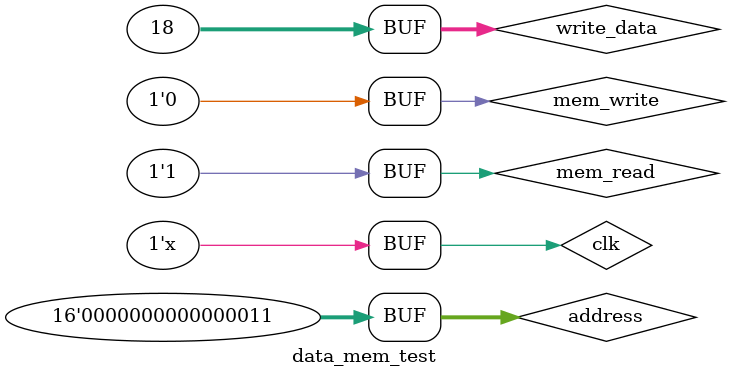
<source format=v>
`timescale 1ns / 1ps


module data_mem_test;

	// Inputs
	reg [15:0] address;
	reg [31:0] write_data;
	reg mem_write;
	reg mem_read;
	reg clk;

	// Outputs
	wire [31:0] read_data;

	// Instantiate the Unit Under Test (UUT)
	data_memory uut (
		.address(address), 
		.write_data(write_data), 
		.mem_write(mem_write), 
		.mem_read(mem_read), 
		.clk(clk), 
		.read_data(read_data)
	);

	initial begin
		// Initialize Inputs
		address = 0;
		write_data = 0;
		mem_write = 0;
		mem_read = 0;
		clk = 0;

		// Wait 100 ns for global reset to finish
		#100;
        
		address = 0;
		mem_read = 1;
		
		#100;
		
		address = 4;
		mem_write = 1;
		mem_read = 0;
		write_data = 18;
		
		#100;
		
		mem_write = 0;
		mem_read = 1;
		
		#100;
		
		address = 1;
		
		#100;
		
		address = 2;
		
		#100;
		
		address = 3;

	end
	
	always #20 clk = ~clk;
	
endmodule


</source>
